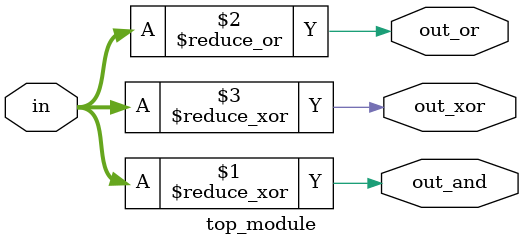
<source format=sv>
module top_module (
    input [99:0] in,
    output out_and,
    output out_or,
    output out_xor
);

    // Perform the AND operation
    assign out_and = ^in;

    // Perform the OR operation
    assign out_or = |in;

    // Perform the XOR operation
    assign out_xor = ^in;

endmodule

</source>
